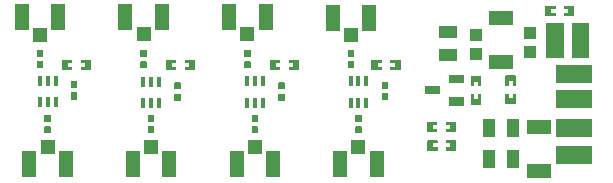
<source format=gtp>
G04 Layer: TopPasteMaskLayer*
G04 EasyEDA v6.4.25, 2021-09-22T10:20:37+05:30*
G04 774fefb5d2d343239ab63bc48f8a28e3,f7b9aed3ca5c4f10b20383f968238e49,10*
G04 Gerber Generator version 0.2*
G04 Scale: 100 percent, Rotated: No, Reflected: No *
G04 Dimensions in inches *
G04 leading zeros omitted , absolute positions ,3 integer and 6 decimal *
%FSLAX36Y36*%
%MOIN*%

%ADD17R,0.0472X0.0866*%
%ADD18R,0.0512X0.0512*%
%ADD19R,0.0433X0.0394*%
%ADD20R,0.0610X0.0394*%
%ADD21R,0.0394X0.0610*%
%ADD22R,0.0157X0.0354*%
%ADD25R,0.0787X0.0492*%

%LPD*%
G36*
X1236420Y419300D02*
G01*
X1234440Y417320D01*
X1234440Y385820D01*
X1236420Y383860D01*
X1267900Y383860D01*
X1269880Y385820D01*
X1269880Y394799D01*
X1255320Y394799D01*
X1255320Y407800D01*
X1269880Y407800D01*
X1269880Y417320D01*
X1267900Y419300D01*
G37*
G36*
X1299400Y419300D02*
G01*
X1297440Y417320D01*
X1297440Y407800D01*
X1312400Y407800D01*
X1312400Y394799D01*
X1297440Y394799D01*
X1297440Y385820D01*
X1299400Y383860D01*
X1330500Y383860D01*
X1332480Y385820D01*
X1332480Y417320D01*
X1330500Y419300D01*
G37*
G36*
X897840Y419300D02*
G01*
X895860Y417320D01*
X895860Y385820D01*
X897840Y383860D01*
X929320Y383860D01*
X931300Y385820D01*
X931300Y394799D01*
X916740Y394799D01*
X916740Y407800D01*
X931300Y407800D01*
X931300Y417320D01*
X929320Y419300D01*
G37*
G36*
X960819Y419300D02*
G01*
X958860Y417320D01*
X958860Y407800D01*
X973820Y407800D01*
X973820Y394799D01*
X958860Y394799D01*
X958860Y385820D01*
X960819Y383860D01*
X991919Y383860D01*
X993900Y385820D01*
X993900Y417320D01*
X991919Y419300D01*
G37*
G36*
X551380Y419300D02*
G01*
X549400Y417320D01*
X549400Y385820D01*
X551380Y383860D01*
X582880Y383860D01*
X584840Y385820D01*
X584840Y394799D01*
X570280Y394799D01*
X570280Y407800D01*
X584840Y407800D01*
X584840Y417320D01*
X582880Y419300D01*
G37*
G36*
X614360Y419300D02*
G01*
X612400Y417320D01*
X612400Y407800D01*
X627360Y407800D01*
X627360Y394799D01*
X612400Y394799D01*
X612400Y385820D01*
X614360Y383860D01*
X645480Y383860D01*
X647440Y385820D01*
X647440Y417320D01*
X645480Y419300D01*
G37*
G36*
X204920Y419300D02*
G01*
X202960Y417320D01*
X202960Y385820D01*
X204920Y383860D01*
X236420Y383860D01*
X238380Y385820D01*
X238380Y394799D01*
X223820Y394799D01*
X223820Y407800D01*
X238380Y407800D01*
X238380Y417320D01*
X236420Y419300D01*
G37*
G36*
X267920Y419300D02*
G01*
X265940Y417320D01*
X265940Y407800D01*
X280900Y407800D01*
X280900Y394799D01*
X265940Y394799D01*
X265940Y385820D01*
X267920Y383860D01*
X299020Y383860D01*
X300980Y385820D01*
X300980Y417320D01*
X299020Y419300D01*
G37*
G36*
X1271000Y345760D02*
G01*
X1269020Y343780D01*
X1269020Y324880D01*
X1271000Y322120D01*
X1288700Y322120D01*
X1290680Y324880D01*
X1290680Y343780D01*
X1288700Y345760D01*
G37*
G36*
X1271000Y307960D02*
G01*
X1269020Y305200D01*
X1269020Y286300D01*
X1271000Y284340D01*
X1288700Y284340D01*
X1290680Y286300D01*
X1290680Y305200D01*
X1288700Y307960D01*
G37*
G36*
X926420Y343760D02*
G01*
X924440Y341800D01*
X924440Y322900D01*
X926420Y320140D01*
X944140Y320140D01*
X946100Y322900D01*
X946100Y341800D01*
X944140Y343760D01*
G37*
G36*
X926420Y305960D02*
G01*
X924440Y303200D01*
X924440Y284320D01*
X926420Y282340D01*
X944140Y282340D01*
X946100Y284320D01*
X946100Y303200D01*
X944140Y305960D01*
G37*
G36*
X579880Y343780D02*
G01*
X577900Y341820D01*
X577900Y322920D01*
X579880Y320160D01*
X597600Y320160D01*
X599560Y322920D01*
X599560Y341820D01*
X597600Y343780D01*
G37*
G36*
X579880Y305980D02*
G01*
X577900Y303220D01*
X577900Y284320D01*
X579880Y282360D01*
X597600Y282360D01*
X599560Y284320D01*
X599560Y303220D01*
X597600Y305980D01*
G37*
G36*
X234460Y347580D02*
G01*
X232500Y345600D01*
X232500Y326700D01*
X234460Y323960D01*
X252180Y323960D01*
X254140Y326700D01*
X254140Y345600D01*
X252180Y347580D01*
G37*
G36*
X234460Y309780D02*
G01*
X232500Y307020D01*
X232500Y288120D01*
X234460Y286160D01*
X252180Y286160D01*
X254140Y288120D01*
X254140Y307020D01*
X252180Y309780D01*
G37*
G36*
X120940Y452020D02*
G01*
X118980Y450040D01*
X118980Y431140D01*
X120940Y428380D01*
X138660Y428380D01*
X140620Y431140D01*
X140620Y450040D01*
X138660Y452020D01*
G37*
G36*
X120940Y414219D02*
G01*
X118980Y411460D01*
X118980Y392560D01*
X120940Y390600D01*
X138660Y390600D01*
X140620Y392560D01*
X140620Y411460D01*
X138660Y414219D01*
G37*
G36*
X1182380Y235479D02*
G01*
X1180420Y233520D01*
X1180420Y214620D01*
X1182380Y211860D01*
X1200100Y211860D01*
X1202080Y214620D01*
X1202080Y233520D01*
X1200100Y235479D01*
G37*
G36*
X1182380Y197700D02*
G01*
X1180420Y194940D01*
X1180420Y176040D01*
X1182380Y174060D01*
X1200100Y174060D01*
X1202080Y176040D01*
X1202080Y194940D01*
X1200100Y197700D01*
G37*
G36*
X837140Y235620D02*
G01*
X835180Y233640D01*
X835180Y214740D01*
X837140Y211980D01*
X854860Y211980D01*
X856820Y214740D01*
X856820Y233640D01*
X854860Y235620D01*
G37*
G36*
X837140Y197820D02*
G01*
X835180Y195060D01*
X835180Y176160D01*
X837140Y174200D01*
X854860Y174200D01*
X856820Y176160D01*
X856820Y195060D01*
X854860Y197820D01*
G37*
G36*
X491380Y235539D02*
G01*
X489420Y233560D01*
X489420Y214660D01*
X491380Y211920D01*
X509099Y211920D01*
X511079Y214660D01*
X511079Y233560D01*
X509099Y235539D01*
G37*
G36*
X491380Y197740D02*
G01*
X489420Y194980D01*
X489420Y176080D01*
X491380Y174120D01*
X509099Y174120D01*
X511079Y176080D01*
X511079Y194980D01*
X509099Y197740D01*
G37*
G36*
X146700Y235460D02*
G01*
X144720Y233500D01*
X144720Y214600D01*
X146700Y211840D01*
X164420Y211840D01*
X166380Y214600D01*
X166380Y233500D01*
X164420Y235460D01*
G37*
G36*
X146700Y197680D02*
G01*
X144720Y194920D01*
X144720Y176020D01*
X146700Y174040D01*
X164420Y174040D01*
X166380Y176020D01*
X166380Y194920D01*
X164420Y197680D01*
G37*
G36*
X1157780Y452680D02*
G01*
X1155800Y450720D01*
X1155800Y431820D01*
X1157780Y429060D01*
X1175500Y429060D01*
X1177460Y431820D01*
X1177460Y450720D01*
X1175500Y452680D01*
G37*
G36*
X1157780Y414880D02*
G01*
X1155800Y412140D01*
X1155800Y393240D01*
X1157780Y391260D01*
X1175500Y391260D01*
X1177460Y393240D01*
X1177460Y412140D01*
X1175500Y414880D01*
G37*
G36*
X812220Y452080D02*
G01*
X810240Y450100D01*
X810240Y431200D01*
X812220Y428459D01*
X829940Y428459D01*
X831900Y431200D01*
X831900Y450100D01*
X829940Y452080D01*
G37*
G36*
X812220Y414280D02*
G01*
X810240Y411520D01*
X810240Y392620D01*
X812220Y390660D01*
X829940Y390660D01*
X831900Y392620D01*
X831900Y411520D01*
X829940Y414280D01*
G37*
G36*
X465780Y452120D02*
G01*
X463820Y450160D01*
X463820Y431260D01*
X465780Y428500D01*
X483500Y428500D01*
X485480Y431260D01*
X485480Y450160D01*
X483500Y452120D01*
G37*
G36*
X465780Y414320D02*
G01*
X463820Y411580D01*
X463820Y392680D01*
X465780Y390700D01*
X483500Y390700D01*
X485480Y392680D01*
X485480Y411580D01*
X483500Y414320D01*
G37*
G36*
X1815620Y598560D02*
G01*
X1813660Y596580D01*
X1813660Y565080D01*
X1815620Y563120D01*
X1847120Y563120D01*
X1849100Y565080D01*
X1849100Y574060D01*
X1834520Y574060D01*
X1834520Y587060D01*
X1849100Y587060D01*
X1849100Y596580D01*
X1847120Y598560D01*
G37*
G36*
X1878620Y598560D02*
G01*
X1876660Y596580D01*
X1876660Y587060D01*
X1891620Y587060D01*
X1891620Y574060D01*
X1876660Y574060D01*
X1876660Y565080D01*
X1878620Y563120D01*
X1909720Y563120D01*
X1911680Y565080D01*
X1911680Y596580D01*
X1909720Y598560D01*
G37*
G36*
X1421819Y151580D02*
G01*
X1419860Y149620D01*
X1419860Y118120D01*
X1421819Y116160D01*
X1453320Y116160D01*
X1455300Y118120D01*
X1455300Y127100D01*
X1440720Y127100D01*
X1440720Y140100D01*
X1455300Y140100D01*
X1455300Y149620D01*
X1453320Y151580D01*
G37*
G36*
X1484820Y151580D02*
G01*
X1482860Y149620D01*
X1482860Y140100D01*
X1497820Y140100D01*
X1497820Y127100D01*
X1482860Y127100D01*
X1482860Y118120D01*
X1484820Y116160D01*
X1515920Y116160D01*
X1517880Y118120D01*
X1517880Y149620D01*
X1515920Y151580D01*
G37*
G36*
X1683500Y305380D02*
G01*
X1681519Y303400D01*
X1681519Y271920D01*
X1683500Y269940D01*
X1715000Y269940D01*
X1716960Y271920D01*
X1716960Y303400D01*
X1715000Y305380D01*
X1706020Y305380D01*
X1706020Y290800D01*
X1693020Y290800D01*
X1693020Y305380D01*
G37*
G36*
X1683500Y367980D02*
G01*
X1681519Y366000D01*
X1681519Y334900D01*
X1683500Y332939D01*
X1693020Y332939D01*
X1693020Y347900D01*
X1706020Y347900D01*
X1706020Y332939D01*
X1715000Y332939D01*
X1716960Y334900D01*
X1716960Y366000D01*
X1715000Y367980D01*
G37*
G36*
X1567320Y303400D02*
G01*
X1565360Y301440D01*
X1565360Y269940D01*
X1567320Y267980D01*
X1598820Y267980D01*
X1600800Y269940D01*
X1600800Y301440D01*
X1598820Y303400D01*
X1589840Y303400D01*
X1589840Y288840D01*
X1576860Y288840D01*
X1576860Y303400D01*
G37*
G36*
X1567320Y366000D02*
G01*
X1565360Y364040D01*
X1565360Y332939D01*
X1567320Y330959D01*
X1576860Y330959D01*
X1576860Y345920D01*
X1589840Y345920D01*
X1589840Y330959D01*
X1598820Y330959D01*
X1600800Y332939D01*
X1600800Y364040D01*
X1598820Y366000D01*
G37*
G36*
X1484420Y212620D02*
G01*
X1482460Y210660D01*
X1482460Y201680D01*
X1497020Y201680D01*
X1497020Y188700D01*
X1482460Y188700D01*
X1482460Y179160D01*
X1484420Y177200D01*
X1515920Y177200D01*
X1517900Y179160D01*
X1517900Y210660D01*
X1515920Y212620D01*
G37*
G36*
X1421819Y212620D02*
G01*
X1419860Y210660D01*
X1419860Y179160D01*
X1421819Y177200D01*
X1452940Y177200D01*
X1454900Y179160D01*
X1454900Y188700D01*
X1439940Y188700D01*
X1439940Y201680D01*
X1454900Y201680D01*
X1454900Y210660D01*
X1452940Y212620D01*
G37*
D17*
G01*
X1252120Y69890D03*
D18*
G01*
X1191150Y126910D03*
D17*
G01*
X1130080Y69890D03*
G01*
X908319Y69790D03*
D18*
G01*
X847350Y126810D03*
D17*
G01*
X786280Y69790D03*
G01*
X561120Y70194D03*
D18*
G01*
X500151Y127214D03*
D17*
G01*
X439081Y70194D03*
G01*
X216572Y69924D03*
D18*
G01*
X155602Y126944D03*
D17*
G01*
X94532Y69924D03*
G01*
X1105220Y559621D03*
D18*
G01*
X1166190Y502602D03*
D17*
G01*
X1227260Y559621D03*
G01*
X760053Y560140D03*
D18*
G01*
X821023Y503120D03*
D17*
G01*
X882092Y560140D03*
G01*
X414380Y560510D03*
D18*
G01*
X475350Y503490D03*
D17*
G01*
X536420Y560510D03*
G01*
X69001Y560019D03*
D18*
G01*
X129971Y503000D03*
D17*
G01*
X191041Y560019D03*
D19*
G01*
X1762255Y443899D03*
G01*
X1762255Y506889D03*
G36*
X1961119Y424215D02*
G01*
X1902059Y424215D01*
X1902059Y542335D01*
X1961119Y542335D01*
G37*
G36*
X1876119Y424215D02*
G01*
X1817059Y424215D01*
X1817059Y542335D01*
X1876119Y542335D01*
G37*
G36*
X1850870Y72838D02*
G01*
X1850870Y131898D01*
X1968989Y131898D01*
X1968989Y72838D01*
G37*
G36*
X1850870Y342838D02*
G01*
X1850870Y401898D01*
X1968989Y401898D01*
X1968989Y342838D01*
G37*
G36*
X1850870Y162838D02*
G01*
X1850870Y221898D01*
X1968989Y221898D01*
X1968989Y162838D01*
G37*
G01*
X1583076Y437992D03*
G01*
X1583076Y500982D03*
D20*
G01*
X1490536Y511909D03*
G01*
X1490536Y433169D03*
D21*
G01*
X1628373Y191867D03*
G01*
X1707114Y191867D03*
G01*
X1705140Y87507D03*
G01*
X1626399Y87507D03*
G36*
X1850870Y257838D02*
G01*
X1850870Y316898D01*
X1968989Y316898D01*
X1968989Y257838D01*
G37*
D22*
G01*
X1191241Y346528D03*
G01*
X1165651Y346528D03*
G01*
X1165651Y275668D03*
G01*
X1191241Y275668D03*
G01*
X1216830Y275668D03*
G01*
X1216830Y346528D03*
G01*
X846666Y346508D03*
G01*
X821075Y346508D03*
G01*
X821075Y275648D03*
G01*
X846666Y275648D03*
G01*
X872256Y275648D03*
G01*
X872256Y346508D03*
G01*
X500095Y346326D03*
G01*
X474506Y346326D03*
G01*
X474506Y275466D03*
G01*
X500095Y275466D03*
G01*
X525686Y275466D03*
G01*
X525686Y346326D03*
G01*
X156195Y347626D03*
G01*
X130606Y347626D03*
G01*
X130606Y276766D03*
G01*
X156195Y276766D03*
G01*
X181786Y276766D03*
G01*
X181786Y347626D03*
G36*
X1493483Y293369D02*
G01*
X1542694Y293369D01*
X1542694Y265809D01*
X1493483Y265809D01*
G37*
G36*
X1493483Y368168D02*
G01*
X1542694Y368168D01*
X1542694Y340609D01*
X1493483Y340609D01*
G37*
G36*
X1414743Y330768D02*
G01*
X1463955Y330768D01*
X1463955Y303209D01*
X1414743Y303209D01*
G37*
D25*
G01*
X1791790Y47157D03*
G01*
X1791790Y194798D03*
G01*
X1668200Y410679D03*
G01*
X1668200Y558319D03*
M02*

</source>
